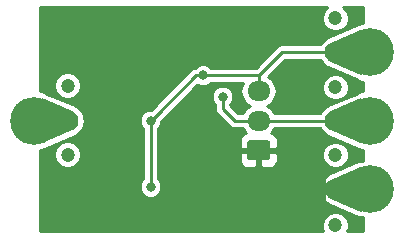
<source format=gbr>
%TF.GenerationSoftware,KiCad,Pcbnew,5.0.2+dfsg1-1*%
%TF.CreationDate,2021-04-27T11:46:40+02:00*%
%TF.ProjectId,eTprox,65547072-6f78-42e6-9b69-6361645f7063,v02*%
%TF.SameCoordinates,Original*%
%TF.FileFunction,Copper,L2,Bot*%
%TF.FilePolarity,Positive*%
%FSLAX46Y46*%
G04 Gerber Fmt 4.6, Leading zero omitted, Abs format (unit mm)*
G04 Created by KiCad (PCBNEW 5.0.2+dfsg1-1) date mar. 27 avril 2021 11:46:40 CEST*
%MOMM*%
%LPD*%
G01*
G04 APERTURE LIST*
%TA.AperFunction,EtchedComponent*%
%ADD10C,0.150000*%
%TD*%
%TA.AperFunction,Conductor*%
%ADD11C,0.100000*%
%TD*%
%TA.AperFunction,ComponentPad*%
%ADD12C,1.700000*%
%TD*%
%TA.AperFunction,ComponentPad*%
%ADD13O,1.950000X1.700000*%
%TD*%
%TA.AperFunction,ComponentPad*%
%ADD14C,1.200000*%
%TD*%
%TA.AperFunction,ComponentPad*%
%ADD15O,4.050000X4.050000*%
%TD*%
%TA.AperFunction,ComponentPad*%
%ADD16C,1.770000*%
%TD*%
%TA.AperFunction,ViaPad*%
%ADD17C,0.800000*%
%TD*%
%TA.AperFunction,Conductor*%
%ADD18C,0.250000*%
%TD*%
%TA.AperFunction,Conductor*%
%ADD19C,0.254000*%
%TD*%
G04 APERTURE END LIST*
D10*
%TO.C,Antenna*%
G36*
X64054500Y-67275000D02*
X61517000Y-66187500D01*
X61517000Y-69812500D01*
X64054500Y-68725000D01*
X64054500Y-67275000D01*
G37*
X64054500Y-67275000D02*
X61517000Y-66187500D01*
X61517000Y-69812500D01*
X64054500Y-68725000D01*
X64054500Y-67275000D01*
%TO.C,J1*%
G36*
X85977500Y-74525000D02*
X88515000Y-75612500D01*
X88515000Y-71987500D01*
X85977500Y-73075000D01*
X85977500Y-74525000D01*
G37*
X85977500Y-74525000D02*
X88515000Y-75612500D01*
X88515000Y-71987500D01*
X85977500Y-73075000D01*
X85977500Y-74525000D01*
G36*
X85977500Y-68725000D02*
X88515000Y-69812500D01*
X88515000Y-66187500D01*
X85977500Y-67275000D01*
X85977500Y-68725000D01*
G37*
X85977500Y-68725000D02*
X88515000Y-69812500D01*
X88515000Y-66187500D01*
X85977500Y-67275000D01*
X85977500Y-68725000D01*
G36*
X85977500Y-62925000D02*
X88515000Y-64012500D01*
X88515000Y-60387500D01*
X85977500Y-61475000D01*
X85977500Y-62925000D01*
G37*
X85977500Y-62925000D02*
X88515000Y-64012500D01*
X88515000Y-60387500D01*
X85977500Y-61475000D01*
X85977500Y-62925000D01*
%TD*%
D11*
%TO.N,GND*%
%TO.C,J2*%
G36*
X80591504Y-69651204D02*
X80615773Y-69654804D01*
X80639571Y-69660765D01*
X80662671Y-69669030D01*
X80684849Y-69679520D01*
X80705893Y-69692133D01*
X80725598Y-69706747D01*
X80743777Y-69723223D01*
X80760253Y-69741402D01*
X80774867Y-69761107D01*
X80787480Y-69782151D01*
X80797970Y-69804329D01*
X80806235Y-69827429D01*
X80812196Y-69851227D01*
X80815796Y-69875496D01*
X80817000Y-69900000D01*
X80817000Y-71100000D01*
X80815796Y-71124504D01*
X80812196Y-71148773D01*
X80806235Y-71172571D01*
X80797970Y-71195671D01*
X80787480Y-71217849D01*
X80774867Y-71238893D01*
X80760253Y-71258598D01*
X80743777Y-71276777D01*
X80725598Y-71293253D01*
X80705893Y-71307867D01*
X80684849Y-71320480D01*
X80662671Y-71330970D01*
X80639571Y-71339235D01*
X80615773Y-71345196D01*
X80591504Y-71348796D01*
X80567000Y-71350000D01*
X79117000Y-71350000D01*
X79092496Y-71348796D01*
X79068227Y-71345196D01*
X79044429Y-71339235D01*
X79021329Y-71330970D01*
X78999151Y-71320480D01*
X78978107Y-71307867D01*
X78958402Y-71293253D01*
X78940223Y-71276777D01*
X78923747Y-71258598D01*
X78909133Y-71238893D01*
X78896520Y-71217849D01*
X78886030Y-71195671D01*
X78877765Y-71172571D01*
X78871804Y-71148773D01*
X78868204Y-71124504D01*
X78867000Y-71100000D01*
X78867000Y-69900000D01*
X78868204Y-69875496D01*
X78871804Y-69851227D01*
X78877765Y-69827429D01*
X78886030Y-69804329D01*
X78896520Y-69782151D01*
X78909133Y-69761107D01*
X78923747Y-69741402D01*
X78940223Y-69723223D01*
X78958402Y-69706747D01*
X78978107Y-69692133D01*
X78999151Y-69679520D01*
X79021329Y-69669030D01*
X79044429Y-69660765D01*
X79068227Y-69654804D01*
X79092496Y-69651204D01*
X79117000Y-69650000D01*
X80567000Y-69650000D01*
X80591504Y-69651204D01*
X80591504Y-69651204D01*
G37*
D12*
%TD*%
%TO.P,J2,1*%
%TO.N,GND*%
X79842000Y-70500000D03*
D13*
%TO.P,J2,2*%
%TO.N,SIG*%
X79842000Y-68000000D03*
%TO.P,J2,3*%
%TO.N,VCC*%
X79842000Y-65500000D03*
%TD*%
D14*
%TO.P,Antenna,5*%
%TO.N,N/C*%
X63692000Y-70878000D03*
X63692000Y-65036000D03*
D15*
%TO.P,Antenna,1*%
%TO.N,Net-(Antenna1-Pad1)*%
X60792000Y-68000000D03*
D16*
X63692000Y-68000000D03*
D11*
%TD*%
%TO.N,Net-(Antenna1-Pad1)*%
%TO.C,Antenna*%
G36*
X61443441Y-66172868D02*
X61447709Y-66158799D01*
X61454640Y-66145832D01*
X61463967Y-66134467D01*
X61475332Y-66125140D01*
X61488299Y-66118209D01*
X61502368Y-66113941D01*
X61517000Y-66112500D01*
X61531632Y-66113941D01*
X61546544Y-66118564D01*
X64053571Y-67193004D01*
X64070386Y-67199969D01*
X64072666Y-67201188D01*
X64084044Y-67206064D01*
X64096925Y-67213152D01*
X64100191Y-67215900D01*
X64146981Y-67240910D01*
X64219194Y-67289161D01*
X64286330Y-67344258D01*
X64347742Y-67405670D01*
X64402839Y-67472806D01*
X64451090Y-67545019D01*
X64492031Y-67621614D01*
X64525266Y-67701852D01*
X64550478Y-67784963D01*
X64567421Y-67870144D01*
X64575934Y-67956575D01*
X64575934Y-68043425D01*
X64567421Y-68129856D01*
X64550478Y-68215037D01*
X64525266Y-68298148D01*
X64492031Y-68378386D01*
X64451090Y-68454981D01*
X64402839Y-68527194D01*
X64347742Y-68594330D01*
X64286330Y-68655742D01*
X64219194Y-68710839D01*
X64146981Y-68759090D01*
X64100045Y-68784178D01*
X64096168Y-68787360D01*
X64084044Y-68793936D01*
X64072666Y-68798812D01*
X64070386Y-68800031D01*
X64053571Y-68806996D01*
X61546544Y-69881436D01*
X61532528Y-69885875D01*
X61517914Y-69887494D01*
X61503266Y-69886232D01*
X61489146Y-69882136D01*
X61476096Y-69875364D01*
X61464618Y-69866176D01*
X61455152Y-69854925D01*
X61448064Y-69842044D01*
X61443625Y-69828028D01*
X61442000Y-69812500D01*
X61442000Y-66187500D01*
X61443441Y-66172868D01*
X61443441Y-66172868D01*
G37*
D16*
%TO.P,J1,3*%
%TO.N,GND*%
X86340000Y-73800000D03*
D11*
%TD*%
%TO.N,GND*%
%TO.C,J1*%
G36*
X88588559Y-75627132D02*
X88584291Y-75641201D01*
X88577360Y-75654168D01*
X88568033Y-75665533D01*
X88556668Y-75674860D01*
X88543701Y-75681791D01*
X88529632Y-75686059D01*
X88515000Y-75687500D01*
X88500368Y-75686059D01*
X88485456Y-75681436D01*
X85978429Y-74606996D01*
X85961614Y-74600031D01*
X85959334Y-74598812D01*
X85947956Y-74593936D01*
X85935075Y-74586848D01*
X85931809Y-74584100D01*
X85885019Y-74559090D01*
X85812806Y-74510839D01*
X85745670Y-74455742D01*
X85684258Y-74394330D01*
X85629161Y-74327194D01*
X85580910Y-74254981D01*
X85539969Y-74178386D01*
X85506734Y-74098148D01*
X85481522Y-74015037D01*
X85464579Y-73929856D01*
X85456066Y-73843425D01*
X85456066Y-73756575D01*
X85464579Y-73670144D01*
X85481522Y-73584963D01*
X85506734Y-73501852D01*
X85539969Y-73421614D01*
X85580910Y-73345019D01*
X85629161Y-73272806D01*
X85684258Y-73205670D01*
X85745670Y-73144258D01*
X85812806Y-73089161D01*
X85885019Y-73040910D01*
X85931955Y-73015822D01*
X85935832Y-73012640D01*
X85947956Y-73006064D01*
X85959334Y-73001188D01*
X85961614Y-72999969D01*
X85978429Y-72993004D01*
X88485456Y-71918564D01*
X88499472Y-71914125D01*
X88514086Y-71912506D01*
X88528734Y-71913768D01*
X88542854Y-71917864D01*
X88555904Y-71924636D01*
X88567382Y-71933824D01*
X88576848Y-71945075D01*
X88583936Y-71957956D01*
X88588375Y-71971972D01*
X88590000Y-71987500D01*
X88590000Y-75612500D01*
X88588559Y-75627132D01*
X88588559Y-75627132D01*
G37*
D16*
%TO.P,J1,2*%
%TO.N,SIG*%
X86340000Y-68000000D03*
D11*
%TD*%
%TO.N,SIG*%
%TO.C,J1*%
G36*
X88588559Y-69827132D02*
X88584291Y-69841201D01*
X88577360Y-69854168D01*
X88568033Y-69865533D01*
X88556668Y-69874860D01*
X88543701Y-69881791D01*
X88529632Y-69886059D01*
X88515000Y-69887500D01*
X88500368Y-69886059D01*
X88485456Y-69881436D01*
X85978429Y-68806996D01*
X85961614Y-68800031D01*
X85959334Y-68798812D01*
X85947956Y-68793936D01*
X85935075Y-68786848D01*
X85931809Y-68784100D01*
X85885019Y-68759090D01*
X85812806Y-68710839D01*
X85745670Y-68655742D01*
X85684258Y-68594330D01*
X85629161Y-68527194D01*
X85580910Y-68454981D01*
X85539969Y-68378386D01*
X85506734Y-68298148D01*
X85481522Y-68215037D01*
X85464579Y-68129856D01*
X85456066Y-68043425D01*
X85456066Y-67956575D01*
X85464579Y-67870144D01*
X85481522Y-67784963D01*
X85506734Y-67701852D01*
X85539969Y-67621614D01*
X85580910Y-67545019D01*
X85629161Y-67472806D01*
X85684258Y-67405670D01*
X85745670Y-67344258D01*
X85812806Y-67289161D01*
X85885019Y-67240910D01*
X85931955Y-67215822D01*
X85935832Y-67212640D01*
X85947956Y-67206064D01*
X85959334Y-67201188D01*
X85961614Y-67199969D01*
X85978429Y-67193004D01*
X88485456Y-66118564D01*
X88499472Y-66114125D01*
X88514086Y-66112506D01*
X88528734Y-66113768D01*
X88542854Y-66117864D01*
X88555904Y-66124636D01*
X88567382Y-66133824D01*
X88576848Y-66145075D01*
X88583936Y-66157956D01*
X88588375Y-66171972D01*
X88590000Y-66187500D01*
X88590000Y-69812500D01*
X88588559Y-69827132D01*
X88588559Y-69827132D01*
G37*
D16*
%TO.P,J1,1*%
%TO.N,VCC*%
X86340000Y-62200000D03*
D11*
%TD*%
%TO.N,VCC*%
%TO.C,J1*%
G36*
X88588559Y-64027132D02*
X88584291Y-64041201D01*
X88577360Y-64054168D01*
X88568033Y-64065533D01*
X88556668Y-64074860D01*
X88543701Y-64081791D01*
X88529632Y-64086059D01*
X88515000Y-64087500D01*
X88500368Y-64086059D01*
X88485456Y-64081436D01*
X85978429Y-63006996D01*
X85961614Y-63000031D01*
X85959334Y-62998812D01*
X85947956Y-62993936D01*
X85935075Y-62986848D01*
X85931809Y-62984100D01*
X85885019Y-62959090D01*
X85812806Y-62910839D01*
X85745670Y-62855742D01*
X85684258Y-62794330D01*
X85629161Y-62727194D01*
X85580910Y-62654981D01*
X85539969Y-62578386D01*
X85506734Y-62498148D01*
X85481522Y-62415037D01*
X85464579Y-62329856D01*
X85456066Y-62243425D01*
X85456066Y-62156575D01*
X85464579Y-62070144D01*
X85481522Y-61984963D01*
X85506734Y-61901852D01*
X85539969Y-61821614D01*
X85580910Y-61745019D01*
X85629161Y-61672806D01*
X85684258Y-61605670D01*
X85745670Y-61544258D01*
X85812806Y-61489161D01*
X85885019Y-61440910D01*
X85931955Y-61415822D01*
X85935832Y-61412640D01*
X85947956Y-61406064D01*
X85959334Y-61401188D01*
X85961614Y-61399969D01*
X85978429Y-61393004D01*
X88485456Y-60318564D01*
X88499472Y-60314125D01*
X88514086Y-60312506D01*
X88528734Y-60313768D01*
X88542854Y-60317864D01*
X88555904Y-60324636D01*
X88567382Y-60333824D01*
X88576848Y-60345075D01*
X88583936Y-60357956D01*
X88588375Y-60371972D01*
X88590000Y-60387500D01*
X88590000Y-64012500D01*
X88588559Y-64027132D01*
X88588559Y-64027132D01*
G37*
D15*
%TO.P,J1,2*%
%TO.N,SIG*%
X89240000Y-68000000D03*
%TO.P,J1,3*%
%TO.N,GND*%
X89240000Y-73800000D03*
%TO.P,J1,1*%
%TO.N,VCC*%
X89240000Y-62200000D03*
D14*
%TO.P,J1,5*%
%TO.N,N/C*%
X86340000Y-70900000D03*
X86340000Y-65164000D03*
X86340000Y-76848000D03*
X86340000Y-59322000D03*
%TD*%
D17*
%TO.N,GND*%
X82128000Y-75620000D03*
X84160000Y-64190000D03*
X67650000Y-60126000D03*
%TO.N,VCC*%
X75150022Y-64158000D03*
X70698000Y-73588000D03*
X70698000Y-68000000D03*
%TO.N,SIG*%
X76794000Y-65968000D03*
%TD*%
D18*
%TO.N,VCC*%
X75715707Y-64158000D02*
X75150022Y-64158000D01*
X79842000Y-64400000D02*
X79842000Y-64158000D01*
X79842000Y-65500000D02*
X79842000Y-64400000D01*
X79842000Y-64158000D02*
X75715707Y-64158000D01*
X79874000Y-64158000D02*
X79842000Y-64158000D01*
X86340000Y-62200000D02*
X81832000Y-62200000D01*
X81832000Y-62200000D02*
X79874000Y-64158000D01*
X70698000Y-73588000D02*
X70698000Y-68000000D01*
X71206000Y-67492000D02*
X70698000Y-68000000D01*
X75150022Y-64158000D02*
X74540000Y-64158000D01*
X74540000Y-64158000D02*
X71206000Y-67492000D01*
%TO.N,SIG*%
X79842000Y-68000000D02*
X88814990Y-68000000D01*
X76794000Y-65968000D02*
X76794000Y-66984000D01*
X77810000Y-68000000D02*
X79842000Y-68000000D01*
X76794000Y-66984000D02*
X77810000Y-68000000D01*
%TD*%
D19*
%TO.N,GND*%
G36*
X85384576Y-58683606D02*
X85213000Y-59097826D01*
X85213000Y-59546174D01*
X85384576Y-59960394D01*
X85701606Y-60277424D01*
X86115826Y-60449000D01*
X86564174Y-60449000D01*
X86978394Y-60277424D01*
X87295424Y-59960394D01*
X87467000Y-59546174D01*
X87467000Y-59097826D01*
X87295424Y-58683606D01*
X87028818Y-58417000D01*
X88663000Y-58417000D01*
X88663000Y-59712776D01*
X88244259Y-59796069D01*
X88072009Y-59911163D01*
X85736293Y-60912184D01*
X85691771Y-60933743D01*
X85679647Y-60940319D01*
X85659201Y-60954070D01*
X85624292Y-60972730D01*
X85480040Y-61069116D01*
X85398616Y-61135940D01*
X85275940Y-61258616D01*
X85209116Y-61340040D01*
X85112730Y-61484292D01*
X85078678Y-61548000D01*
X81896209Y-61548000D01*
X81831999Y-61535228D01*
X81767789Y-61548000D01*
X81767786Y-61548000D01*
X81577602Y-61585830D01*
X81361935Y-61729935D01*
X81325561Y-61784372D01*
X79603934Y-63506000D01*
X75808998Y-63506000D01*
X75675125Y-63372127D01*
X75334414Y-63231000D01*
X74965630Y-63231000D01*
X74624919Y-63372127D01*
X74494834Y-63502212D01*
X74475789Y-63506000D01*
X74475786Y-63506000D01*
X74285602Y-63543830D01*
X74069935Y-63687935D01*
X74033561Y-63742372D01*
X70790375Y-66985559D01*
X70790372Y-66985561D01*
X70702933Y-67073000D01*
X70513608Y-67073000D01*
X70172897Y-67214127D01*
X69912127Y-67474897D01*
X69771000Y-67815608D01*
X69771000Y-68184392D01*
X69912127Y-68525103D01*
X70046001Y-68658977D01*
X70046000Y-72929024D01*
X69912127Y-73062897D01*
X69771000Y-73403608D01*
X69771000Y-73772392D01*
X69912127Y-74113103D01*
X70172897Y-74373873D01*
X70513608Y-74515000D01*
X70882392Y-74515000D01*
X71223103Y-74373873D01*
X71483873Y-74113103D01*
X71625000Y-73772392D01*
X71625000Y-73403608D01*
X71483873Y-73062897D01*
X71350000Y-72929024D01*
X71350000Y-70785750D01*
X78232000Y-70785750D01*
X78232000Y-71476309D01*
X78328673Y-71709698D01*
X78507301Y-71888327D01*
X78740690Y-71985000D01*
X79556250Y-71985000D01*
X79715000Y-71826250D01*
X79715000Y-70627000D01*
X79969000Y-70627000D01*
X79969000Y-71826250D01*
X80127750Y-71985000D01*
X80943310Y-71985000D01*
X81176699Y-71888327D01*
X81355327Y-71709698D01*
X81452000Y-71476309D01*
X81452000Y-70785750D01*
X81342076Y-70675826D01*
X85213000Y-70675826D01*
X85213000Y-71124174D01*
X85384576Y-71538394D01*
X85701606Y-71855424D01*
X86115826Y-72027000D01*
X86564174Y-72027000D01*
X86978394Y-71855424D01*
X87295424Y-71538394D01*
X87467000Y-71124174D01*
X87467000Y-70675826D01*
X87295424Y-70261606D01*
X86978394Y-69944576D01*
X86564174Y-69773000D01*
X86115826Y-69773000D01*
X85701606Y-69944576D01*
X85384576Y-70261606D01*
X85213000Y-70675826D01*
X81342076Y-70675826D01*
X81293250Y-70627000D01*
X79969000Y-70627000D01*
X79715000Y-70627000D01*
X78390750Y-70627000D01*
X78232000Y-70785750D01*
X71350000Y-70785750D01*
X71350000Y-68658976D01*
X71483873Y-68525103D01*
X71625000Y-68184392D01*
X71625000Y-67995067D01*
X71712439Y-67907628D01*
X71712441Y-67907625D01*
X74661176Y-64958891D01*
X74965630Y-65085000D01*
X75334414Y-65085000D01*
X75675125Y-64943873D01*
X75808998Y-64810000D01*
X78521939Y-64810000D01*
X78419894Y-64962721D01*
X78313023Y-65500000D01*
X78419894Y-66037279D01*
X78724238Y-66492762D01*
X79109222Y-66750000D01*
X78724238Y-67007238D01*
X78496548Y-67348000D01*
X78080067Y-67348000D01*
X77446000Y-66713934D01*
X77446000Y-66626976D01*
X77579873Y-66493103D01*
X77721000Y-66152392D01*
X77721000Y-65783608D01*
X77579873Y-65442897D01*
X77319103Y-65182127D01*
X76978392Y-65041000D01*
X76609608Y-65041000D01*
X76268897Y-65182127D01*
X76008127Y-65442897D01*
X75867000Y-65783608D01*
X75867000Y-66152392D01*
X76008127Y-66493103D01*
X76142001Y-66626977D01*
X76142001Y-66919785D01*
X76129228Y-66984000D01*
X76179830Y-67238397D01*
X76278343Y-67385830D01*
X76323936Y-67454065D01*
X76378372Y-67490438D01*
X77303561Y-68415628D01*
X77339935Y-68470065D01*
X77555602Y-68614170D01*
X77745786Y-68652000D01*
X77745790Y-68652000D01*
X77810000Y-68664772D01*
X77874210Y-68652000D01*
X78496548Y-68652000D01*
X78724238Y-68992762D01*
X78757520Y-69015000D01*
X78740690Y-69015000D01*
X78507301Y-69111673D01*
X78328673Y-69290302D01*
X78232000Y-69523691D01*
X78232000Y-70214250D01*
X78390750Y-70373000D01*
X79715000Y-70373000D01*
X79715000Y-70353000D01*
X79969000Y-70353000D01*
X79969000Y-70373000D01*
X81293250Y-70373000D01*
X81452000Y-70214250D01*
X81452000Y-69523691D01*
X81355327Y-69290302D01*
X81176699Y-69111673D01*
X80943310Y-69015000D01*
X80926480Y-69015000D01*
X80959762Y-68992762D01*
X81187452Y-68652000D01*
X85078678Y-68652000D01*
X85112730Y-68715708D01*
X85209116Y-68859960D01*
X85275940Y-68941384D01*
X85398616Y-69064060D01*
X85480040Y-69130884D01*
X85624292Y-69227270D01*
X85658319Y-69245459D01*
X85676031Y-69257607D01*
X85688912Y-69264695D01*
X85736293Y-69287816D01*
X88072009Y-70288837D01*
X88244259Y-70403931D01*
X88663001Y-70487224D01*
X88663001Y-71414480D01*
X88626647Y-71407708D01*
X88515000Y-71385500D01*
X88511334Y-71386229D01*
X88507660Y-71385545D01*
X88396283Y-71409115D01*
X88284625Y-71431325D01*
X88281518Y-71433401D01*
X88277861Y-71434175D01*
X85740361Y-72521675D01*
X85646492Y-72586066D01*
X85551822Y-72649322D01*
X85549745Y-72652431D01*
X85546664Y-72654544D01*
X85484573Y-72749967D01*
X85421325Y-72844625D01*
X85420596Y-72848289D01*
X85418557Y-72851423D01*
X85397708Y-72963353D01*
X85375500Y-73075000D01*
X85375500Y-74525000D01*
X85397708Y-74636647D01*
X85418557Y-74748577D01*
X85420596Y-74751711D01*
X85421325Y-74755375D01*
X85484573Y-74850033D01*
X85546664Y-74945456D01*
X85549745Y-74947569D01*
X85551822Y-74950678D01*
X85646492Y-75013934D01*
X85740361Y-75078325D01*
X88277861Y-76165825D01*
X88281518Y-76166599D01*
X88284625Y-76168675D01*
X88396283Y-76190885D01*
X88507660Y-76214455D01*
X88511334Y-76213771D01*
X88515000Y-76214500D01*
X88626647Y-76192292D01*
X88663001Y-76185520D01*
X88663001Y-77329000D01*
X87360619Y-77329000D01*
X87467000Y-77072174D01*
X87467000Y-76623826D01*
X87295424Y-76209606D01*
X86978394Y-75892576D01*
X86564174Y-75721000D01*
X86115826Y-75721000D01*
X85701606Y-75892576D01*
X85384576Y-76209606D01*
X85213000Y-76623826D01*
X85213000Y-77072174D01*
X85319381Y-77329000D01*
X61369000Y-77329000D01*
X61369000Y-70653826D01*
X62565000Y-70653826D01*
X62565000Y-71102174D01*
X62736576Y-71516394D01*
X63053606Y-71833424D01*
X63467826Y-72005000D01*
X63916174Y-72005000D01*
X64330394Y-71833424D01*
X64647424Y-71516394D01*
X64819000Y-71102174D01*
X64819000Y-70653826D01*
X64647424Y-70239606D01*
X64330394Y-69922576D01*
X63916174Y-69751000D01*
X63467826Y-69751000D01*
X63053606Y-69922576D01*
X62736576Y-70239606D01*
X62565000Y-70653826D01*
X61369000Y-70653826D01*
X61369000Y-70487224D01*
X61787741Y-70403931D01*
X61959991Y-70288837D01*
X64295707Y-69287816D01*
X64340229Y-69266257D01*
X64352353Y-69259681D01*
X64372799Y-69245930D01*
X64407708Y-69227270D01*
X64551960Y-69130884D01*
X64633384Y-69064060D01*
X64756060Y-68941384D01*
X64822884Y-68859960D01*
X64919270Y-68715708D01*
X64968923Y-68622812D01*
X65035315Y-68462528D01*
X65065893Y-68361728D01*
X65099739Y-68191571D01*
X65110063Y-68086745D01*
X65110063Y-67913255D01*
X65099739Y-67808429D01*
X65065893Y-67638272D01*
X65035315Y-67537472D01*
X64968923Y-67377188D01*
X64919270Y-67284292D01*
X64822884Y-67140040D01*
X64756060Y-67058616D01*
X64633384Y-66935940D01*
X64551960Y-66869116D01*
X64407708Y-66772730D01*
X64373681Y-66754541D01*
X64355969Y-66742393D01*
X64343088Y-66735305D01*
X64295707Y-66712184D01*
X61959991Y-65711163D01*
X61787741Y-65596069D01*
X61369000Y-65512776D01*
X61369000Y-64811826D01*
X62565000Y-64811826D01*
X62565000Y-65260174D01*
X62736576Y-65674394D01*
X63053606Y-65991424D01*
X63467826Y-66163000D01*
X63916174Y-66163000D01*
X64330394Y-65991424D01*
X64647424Y-65674394D01*
X64819000Y-65260174D01*
X64819000Y-64811826D01*
X64647424Y-64397606D01*
X64330394Y-64080576D01*
X63916174Y-63909000D01*
X63467826Y-63909000D01*
X63053606Y-64080576D01*
X62736576Y-64397606D01*
X62565000Y-64811826D01*
X61369000Y-64811826D01*
X61369000Y-58417000D01*
X85651182Y-58417000D01*
X85384576Y-58683606D01*
X85384576Y-58683606D01*
G37*
X85384576Y-58683606D02*
X85213000Y-59097826D01*
X85213000Y-59546174D01*
X85384576Y-59960394D01*
X85701606Y-60277424D01*
X86115826Y-60449000D01*
X86564174Y-60449000D01*
X86978394Y-60277424D01*
X87295424Y-59960394D01*
X87467000Y-59546174D01*
X87467000Y-59097826D01*
X87295424Y-58683606D01*
X87028818Y-58417000D01*
X88663000Y-58417000D01*
X88663000Y-59712776D01*
X88244259Y-59796069D01*
X88072009Y-59911163D01*
X85736293Y-60912184D01*
X85691771Y-60933743D01*
X85679647Y-60940319D01*
X85659201Y-60954070D01*
X85624292Y-60972730D01*
X85480040Y-61069116D01*
X85398616Y-61135940D01*
X85275940Y-61258616D01*
X85209116Y-61340040D01*
X85112730Y-61484292D01*
X85078678Y-61548000D01*
X81896209Y-61548000D01*
X81831999Y-61535228D01*
X81767789Y-61548000D01*
X81767786Y-61548000D01*
X81577602Y-61585830D01*
X81361935Y-61729935D01*
X81325561Y-61784372D01*
X79603934Y-63506000D01*
X75808998Y-63506000D01*
X75675125Y-63372127D01*
X75334414Y-63231000D01*
X74965630Y-63231000D01*
X74624919Y-63372127D01*
X74494834Y-63502212D01*
X74475789Y-63506000D01*
X74475786Y-63506000D01*
X74285602Y-63543830D01*
X74069935Y-63687935D01*
X74033561Y-63742372D01*
X70790375Y-66985559D01*
X70790372Y-66985561D01*
X70702933Y-67073000D01*
X70513608Y-67073000D01*
X70172897Y-67214127D01*
X69912127Y-67474897D01*
X69771000Y-67815608D01*
X69771000Y-68184392D01*
X69912127Y-68525103D01*
X70046001Y-68658977D01*
X70046000Y-72929024D01*
X69912127Y-73062897D01*
X69771000Y-73403608D01*
X69771000Y-73772392D01*
X69912127Y-74113103D01*
X70172897Y-74373873D01*
X70513608Y-74515000D01*
X70882392Y-74515000D01*
X71223103Y-74373873D01*
X71483873Y-74113103D01*
X71625000Y-73772392D01*
X71625000Y-73403608D01*
X71483873Y-73062897D01*
X71350000Y-72929024D01*
X71350000Y-70785750D01*
X78232000Y-70785750D01*
X78232000Y-71476309D01*
X78328673Y-71709698D01*
X78507301Y-71888327D01*
X78740690Y-71985000D01*
X79556250Y-71985000D01*
X79715000Y-71826250D01*
X79715000Y-70627000D01*
X79969000Y-70627000D01*
X79969000Y-71826250D01*
X80127750Y-71985000D01*
X80943310Y-71985000D01*
X81176699Y-71888327D01*
X81355327Y-71709698D01*
X81452000Y-71476309D01*
X81452000Y-70785750D01*
X81342076Y-70675826D01*
X85213000Y-70675826D01*
X85213000Y-71124174D01*
X85384576Y-71538394D01*
X85701606Y-71855424D01*
X86115826Y-72027000D01*
X86564174Y-72027000D01*
X86978394Y-71855424D01*
X87295424Y-71538394D01*
X87467000Y-71124174D01*
X87467000Y-70675826D01*
X87295424Y-70261606D01*
X86978394Y-69944576D01*
X86564174Y-69773000D01*
X86115826Y-69773000D01*
X85701606Y-69944576D01*
X85384576Y-70261606D01*
X85213000Y-70675826D01*
X81342076Y-70675826D01*
X81293250Y-70627000D01*
X79969000Y-70627000D01*
X79715000Y-70627000D01*
X78390750Y-70627000D01*
X78232000Y-70785750D01*
X71350000Y-70785750D01*
X71350000Y-68658976D01*
X71483873Y-68525103D01*
X71625000Y-68184392D01*
X71625000Y-67995067D01*
X71712439Y-67907628D01*
X71712441Y-67907625D01*
X74661176Y-64958891D01*
X74965630Y-65085000D01*
X75334414Y-65085000D01*
X75675125Y-64943873D01*
X75808998Y-64810000D01*
X78521939Y-64810000D01*
X78419894Y-64962721D01*
X78313023Y-65500000D01*
X78419894Y-66037279D01*
X78724238Y-66492762D01*
X79109222Y-66750000D01*
X78724238Y-67007238D01*
X78496548Y-67348000D01*
X78080067Y-67348000D01*
X77446000Y-66713934D01*
X77446000Y-66626976D01*
X77579873Y-66493103D01*
X77721000Y-66152392D01*
X77721000Y-65783608D01*
X77579873Y-65442897D01*
X77319103Y-65182127D01*
X76978392Y-65041000D01*
X76609608Y-65041000D01*
X76268897Y-65182127D01*
X76008127Y-65442897D01*
X75867000Y-65783608D01*
X75867000Y-66152392D01*
X76008127Y-66493103D01*
X76142001Y-66626977D01*
X76142001Y-66919785D01*
X76129228Y-66984000D01*
X76179830Y-67238397D01*
X76278343Y-67385830D01*
X76323936Y-67454065D01*
X76378372Y-67490438D01*
X77303561Y-68415628D01*
X77339935Y-68470065D01*
X77555602Y-68614170D01*
X77745786Y-68652000D01*
X77745790Y-68652000D01*
X77810000Y-68664772D01*
X77874210Y-68652000D01*
X78496548Y-68652000D01*
X78724238Y-68992762D01*
X78757520Y-69015000D01*
X78740690Y-69015000D01*
X78507301Y-69111673D01*
X78328673Y-69290302D01*
X78232000Y-69523691D01*
X78232000Y-70214250D01*
X78390750Y-70373000D01*
X79715000Y-70373000D01*
X79715000Y-70353000D01*
X79969000Y-70353000D01*
X79969000Y-70373000D01*
X81293250Y-70373000D01*
X81452000Y-70214250D01*
X81452000Y-69523691D01*
X81355327Y-69290302D01*
X81176699Y-69111673D01*
X80943310Y-69015000D01*
X80926480Y-69015000D01*
X80959762Y-68992762D01*
X81187452Y-68652000D01*
X85078678Y-68652000D01*
X85112730Y-68715708D01*
X85209116Y-68859960D01*
X85275940Y-68941384D01*
X85398616Y-69064060D01*
X85480040Y-69130884D01*
X85624292Y-69227270D01*
X85658319Y-69245459D01*
X85676031Y-69257607D01*
X85688912Y-69264695D01*
X85736293Y-69287816D01*
X88072009Y-70288837D01*
X88244259Y-70403931D01*
X88663001Y-70487224D01*
X88663001Y-71414480D01*
X88626647Y-71407708D01*
X88515000Y-71385500D01*
X88511334Y-71386229D01*
X88507660Y-71385545D01*
X88396283Y-71409115D01*
X88284625Y-71431325D01*
X88281518Y-71433401D01*
X88277861Y-71434175D01*
X85740361Y-72521675D01*
X85646492Y-72586066D01*
X85551822Y-72649322D01*
X85549745Y-72652431D01*
X85546664Y-72654544D01*
X85484573Y-72749967D01*
X85421325Y-72844625D01*
X85420596Y-72848289D01*
X85418557Y-72851423D01*
X85397708Y-72963353D01*
X85375500Y-73075000D01*
X85375500Y-74525000D01*
X85397708Y-74636647D01*
X85418557Y-74748577D01*
X85420596Y-74751711D01*
X85421325Y-74755375D01*
X85484573Y-74850033D01*
X85546664Y-74945456D01*
X85549745Y-74947569D01*
X85551822Y-74950678D01*
X85646492Y-75013934D01*
X85740361Y-75078325D01*
X88277861Y-76165825D01*
X88281518Y-76166599D01*
X88284625Y-76168675D01*
X88396283Y-76190885D01*
X88507660Y-76214455D01*
X88511334Y-76213771D01*
X88515000Y-76214500D01*
X88626647Y-76192292D01*
X88663001Y-76185520D01*
X88663001Y-77329000D01*
X87360619Y-77329000D01*
X87467000Y-77072174D01*
X87467000Y-76623826D01*
X87295424Y-76209606D01*
X86978394Y-75892576D01*
X86564174Y-75721000D01*
X86115826Y-75721000D01*
X85701606Y-75892576D01*
X85384576Y-76209606D01*
X85213000Y-76623826D01*
X85213000Y-77072174D01*
X85319381Y-77329000D01*
X61369000Y-77329000D01*
X61369000Y-70653826D01*
X62565000Y-70653826D01*
X62565000Y-71102174D01*
X62736576Y-71516394D01*
X63053606Y-71833424D01*
X63467826Y-72005000D01*
X63916174Y-72005000D01*
X64330394Y-71833424D01*
X64647424Y-71516394D01*
X64819000Y-71102174D01*
X64819000Y-70653826D01*
X64647424Y-70239606D01*
X64330394Y-69922576D01*
X63916174Y-69751000D01*
X63467826Y-69751000D01*
X63053606Y-69922576D01*
X62736576Y-70239606D01*
X62565000Y-70653826D01*
X61369000Y-70653826D01*
X61369000Y-70487224D01*
X61787741Y-70403931D01*
X61959991Y-70288837D01*
X64295707Y-69287816D01*
X64340229Y-69266257D01*
X64352353Y-69259681D01*
X64372799Y-69245930D01*
X64407708Y-69227270D01*
X64551960Y-69130884D01*
X64633384Y-69064060D01*
X64756060Y-68941384D01*
X64822884Y-68859960D01*
X64919270Y-68715708D01*
X64968923Y-68622812D01*
X65035315Y-68462528D01*
X65065893Y-68361728D01*
X65099739Y-68191571D01*
X65110063Y-68086745D01*
X65110063Y-67913255D01*
X65099739Y-67808429D01*
X65065893Y-67638272D01*
X65035315Y-67537472D01*
X64968923Y-67377188D01*
X64919270Y-67284292D01*
X64822884Y-67140040D01*
X64756060Y-67058616D01*
X64633384Y-66935940D01*
X64551960Y-66869116D01*
X64407708Y-66772730D01*
X64373681Y-66754541D01*
X64355969Y-66742393D01*
X64343088Y-66735305D01*
X64295707Y-66712184D01*
X61959991Y-65711163D01*
X61787741Y-65596069D01*
X61369000Y-65512776D01*
X61369000Y-64811826D01*
X62565000Y-64811826D01*
X62565000Y-65260174D01*
X62736576Y-65674394D01*
X63053606Y-65991424D01*
X63467826Y-66163000D01*
X63916174Y-66163000D01*
X64330394Y-65991424D01*
X64647424Y-65674394D01*
X64819000Y-65260174D01*
X64819000Y-64811826D01*
X64647424Y-64397606D01*
X64330394Y-64080576D01*
X63916174Y-63909000D01*
X63467826Y-63909000D01*
X63053606Y-64080576D01*
X62736576Y-64397606D01*
X62565000Y-64811826D01*
X61369000Y-64811826D01*
X61369000Y-58417000D01*
X85651182Y-58417000D01*
X85384576Y-58683606D01*
G36*
X85112730Y-62915708D02*
X85209116Y-63059960D01*
X85275940Y-63141384D01*
X85398616Y-63264060D01*
X85480040Y-63330884D01*
X85624292Y-63427270D01*
X85658319Y-63445459D01*
X85676031Y-63457607D01*
X85688912Y-63464695D01*
X85736293Y-63487816D01*
X88072009Y-64488837D01*
X88244259Y-64603931D01*
X88663000Y-64687224D01*
X88663000Y-65512776D01*
X88244259Y-65596069D01*
X88072009Y-65711163D01*
X85736293Y-66712184D01*
X85691771Y-66733743D01*
X85679647Y-66740319D01*
X85659201Y-66754070D01*
X85624292Y-66772730D01*
X85480040Y-66869116D01*
X85398616Y-66935940D01*
X85275940Y-67058616D01*
X85209116Y-67140040D01*
X85112730Y-67284292D01*
X85078678Y-67348000D01*
X81187452Y-67348000D01*
X80959762Y-67007238D01*
X80574778Y-66750000D01*
X80959762Y-66492762D01*
X81264106Y-66037279D01*
X81370977Y-65500000D01*
X81264106Y-64962721D01*
X81248809Y-64939826D01*
X85213000Y-64939826D01*
X85213000Y-65388174D01*
X85384576Y-65802394D01*
X85701606Y-66119424D01*
X86115826Y-66291000D01*
X86564174Y-66291000D01*
X86978394Y-66119424D01*
X87295424Y-65802394D01*
X87467000Y-65388174D01*
X87467000Y-64939826D01*
X87295424Y-64525606D01*
X86978394Y-64208576D01*
X86564174Y-64037000D01*
X86115826Y-64037000D01*
X85701606Y-64208576D01*
X85384576Y-64525606D01*
X85213000Y-64939826D01*
X81248809Y-64939826D01*
X80959762Y-64507238D01*
X80652281Y-64301786D01*
X82102067Y-62852000D01*
X85078678Y-62852000D01*
X85112730Y-62915708D01*
X85112730Y-62915708D01*
G37*
X85112730Y-62915708D02*
X85209116Y-63059960D01*
X85275940Y-63141384D01*
X85398616Y-63264060D01*
X85480040Y-63330884D01*
X85624292Y-63427270D01*
X85658319Y-63445459D01*
X85676031Y-63457607D01*
X85688912Y-63464695D01*
X85736293Y-63487816D01*
X88072009Y-64488837D01*
X88244259Y-64603931D01*
X88663000Y-64687224D01*
X88663000Y-65512776D01*
X88244259Y-65596069D01*
X88072009Y-65711163D01*
X85736293Y-66712184D01*
X85691771Y-66733743D01*
X85679647Y-66740319D01*
X85659201Y-66754070D01*
X85624292Y-66772730D01*
X85480040Y-66869116D01*
X85398616Y-66935940D01*
X85275940Y-67058616D01*
X85209116Y-67140040D01*
X85112730Y-67284292D01*
X85078678Y-67348000D01*
X81187452Y-67348000D01*
X80959762Y-67007238D01*
X80574778Y-66750000D01*
X80959762Y-66492762D01*
X81264106Y-66037279D01*
X81370977Y-65500000D01*
X81264106Y-64962721D01*
X81248809Y-64939826D01*
X85213000Y-64939826D01*
X85213000Y-65388174D01*
X85384576Y-65802394D01*
X85701606Y-66119424D01*
X86115826Y-66291000D01*
X86564174Y-66291000D01*
X86978394Y-66119424D01*
X87295424Y-65802394D01*
X87467000Y-65388174D01*
X87467000Y-64939826D01*
X87295424Y-64525606D01*
X86978394Y-64208576D01*
X86564174Y-64037000D01*
X86115826Y-64037000D01*
X85701606Y-64208576D01*
X85384576Y-64525606D01*
X85213000Y-64939826D01*
X81248809Y-64939826D01*
X80959762Y-64507238D01*
X80652281Y-64301786D01*
X82102067Y-62852000D01*
X85078678Y-62852000D01*
X85112730Y-62915708D01*
%TD*%
M02*

</source>
